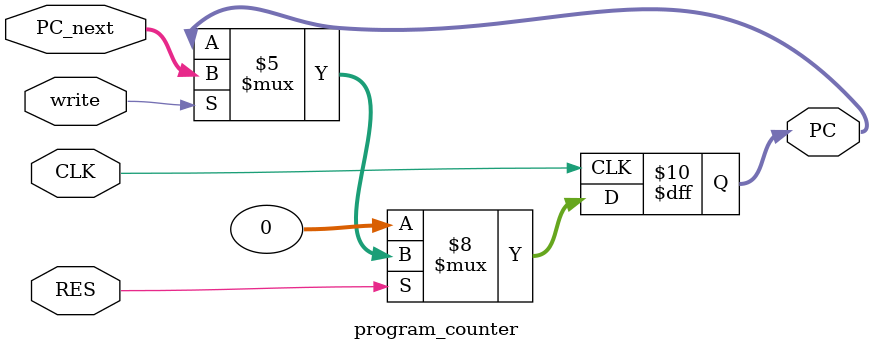
<source format=v>
`timescale 1ns / 1ps


module program_counter(
    input               CLK, RES,
    input               write,
    input       [31:0]  PC_next,
    output reg  [31:0]  PC
);


always @(posedge CLK) begin
    // リセット
    if(RES == 1'b0)
        PC  <= 32'h0;
    // PC更新
    else if(write == 1'b1)
        PC  <= PC_next;
    // PC維持
    else
        PC  <= PC;
end
endmodule

</source>
